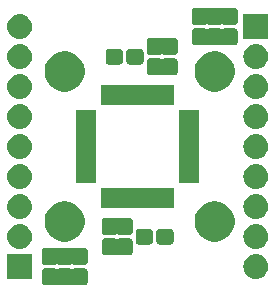
<source format=gbr>
G04 #@! TF.GenerationSoftware,KiCad,Pcbnew,(5.0.1)-3*
G04 #@! TF.CreationDate,2019-01-28T22:50:12+00:00*
G04 #@! TF.ProjectId,Encoder,456E636F6465722E6B696361645F7063,rev?*
G04 #@! TF.SameCoordinates,Original*
G04 #@! TF.FileFunction,Soldermask,Top*
G04 #@! TF.FilePolarity,Negative*
%FSLAX46Y46*%
G04 Gerber Fmt 4.6, Leading zero omitted, Abs format (unit mm)*
G04 Created by KiCad (PCBNEW (5.0.1)-3) date 28/01/2019 22:50:12*
%MOMM*%
%LPD*%
G01*
G04 APERTURE LIST*
%ADD10C,0.100000*%
G04 APERTURE END LIST*
D10*
G36*
X94433530Y-76355877D02*
X94485010Y-76371493D01*
X94532446Y-76396848D01*
X94535700Y-76399519D01*
X94556074Y-76413133D01*
X94578713Y-76422511D01*
X94602746Y-76427292D01*
X94627250Y-76427292D01*
X94651284Y-76422512D01*
X94673923Y-76413135D01*
X94694300Y-76399519D01*
X94697554Y-76396848D01*
X94744990Y-76371493D01*
X94796470Y-76355877D01*
X94856140Y-76350000D01*
X95643860Y-76350000D01*
X95703530Y-76355877D01*
X95755010Y-76371493D01*
X95802446Y-76396848D01*
X95805700Y-76399519D01*
X95826074Y-76413133D01*
X95848713Y-76422511D01*
X95872746Y-76427292D01*
X95897250Y-76427292D01*
X95921284Y-76422512D01*
X95943923Y-76413135D01*
X95964300Y-76399519D01*
X95967554Y-76396848D01*
X96014990Y-76371493D01*
X96066470Y-76355877D01*
X96126140Y-76350000D01*
X96913860Y-76350000D01*
X96973530Y-76355877D01*
X97025010Y-76371493D01*
X97072442Y-76396846D01*
X97114027Y-76430973D01*
X97148154Y-76472558D01*
X97173507Y-76519990D01*
X97189123Y-76571470D01*
X97195000Y-76631140D01*
X97195000Y-77518860D01*
X97189123Y-77578530D01*
X97173507Y-77630010D01*
X97148154Y-77677442D01*
X97114027Y-77719027D01*
X97072442Y-77753154D01*
X97025010Y-77778507D01*
X96973530Y-77794123D01*
X96913860Y-77800000D01*
X96126140Y-77800000D01*
X96066470Y-77794123D01*
X96014990Y-77778507D01*
X95967554Y-77753152D01*
X95964300Y-77750481D01*
X95943926Y-77736867D01*
X95921287Y-77727489D01*
X95897254Y-77722708D01*
X95872750Y-77722708D01*
X95848716Y-77727488D01*
X95826077Y-77736865D01*
X95805700Y-77750481D01*
X95802446Y-77753152D01*
X95755010Y-77778507D01*
X95703530Y-77794123D01*
X95643860Y-77800000D01*
X94856140Y-77800000D01*
X94796470Y-77794123D01*
X94744990Y-77778507D01*
X94697554Y-77753152D01*
X94694300Y-77750481D01*
X94673926Y-77736867D01*
X94651287Y-77727489D01*
X94627254Y-77722708D01*
X94602750Y-77722708D01*
X94578716Y-77727488D01*
X94556077Y-77736865D01*
X94535700Y-77750481D01*
X94532446Y-77753152D01*
X94485010Y-77778507D01*
X94433530Y-77794123D01*
X94373860Y-77800000D01*
X93586140Y-77800000D01*
X93526470Y-77794123D01*
X93474990Y-77778507D01*
X93427558Y-77753154D01*
X93385973Y-77719027D01*
X93351846Y-77677442D01*
X93326493Y-77630010D01*
X93310877Y-77578530D01*
X93305000Y-77518860D01*
X93305000Y-76631140D01*
X93310877Y-76571470D01*
X93326493Y-76519990D01*
X93351846Y-76472558D01*
X93385973Y-76430973D01*
X93427558Y-76396846D01*
X93474990Y-76371493D01*
X93526470Y-76355877D01*
X93586140Y-76350000D01*
X94373860Y-76350000D01*
X94433530Y-76355877D01*
X94433530Y-76355877D01*
G37*
G36*
X111568707Y-75157597D02*
X111645836Y-75165193D01*
X111770868Y-75203121D01*
X111843763Y-75225233D01*
X112026172Y-75322733D01*
X112186054Y-75453946D01*
X112317267Y-75613828D01*
X112414767Y-75796237D01*
X112414767Y-75796238D01*
X112474807Y-75994164D01*
X112495080Y-76200000D01*
X112474807Y-76405836D01*
X112454567Y-76472558D01*
X112414767Y-76603763D01*
X112317267Y-76786172D01*
X112186054Y-76946054D01*
X112026172Y-77077267D01*
X111843763Y-77174767D01*
X111777787Y-77194780D01*
X111645836Y-77234807D01*
X111568707Y-77242404D01*
X111491580Y-77250000D01*
X111388420Y-77250000D01*
X111311293Y-77242404D01*
X111234164Y-77234807D01*
X111102213Y-77194780D01*
X111036237Y-77174767D01*
X110853828Y-77077267D01*
X110693946Y-76946054D01*
X110562733Y-76786172D01*
X110465233Y-76603763D01*
X110425433Y-76472558D01*
X110405193Y-76405836D01*
X110384920Y-76200000D01*
X110405193Y-75994164D01*
X110465233Y-75796238D01*
X110465233Y-75796237D01*
X110562733Y-75613828D01*
X110693946Y-75453946D01*
X110853828Y-75322733D01*
X111036237Y-75225233D01*
X111109132Y-75203121D01*
X111234164Y-75165193D01*
X111311293Y-75157597D01*
X111388420Y-75150000D01*
X111491580Y-75150000D01*
X111568707Y-75157597D01*
X111568707Y-75157597D01*
G37*
G36*
X92490000Y-77250000D02*
X90390000Y-77250000D01*
X90390000Y-75150000D01*
X92490000Y-75150000D01*
X92490000Y-77250000D01*
X92490000Y-77250000D01*
G37*
G36*
X94433530Y-74605877D02*
X94485010Y-74621493D01*
X94532446Y-74646848D01*
X94535700Y-74649519D01*
X94556074Y-74663133D01*
X94578713Y-74672511D01*
X94602746Y-74677292D01*
X94627250Y-74677292D01*
X94651284Y-74672512D01*
X94673923Y-74663135D01*
X94694300Y-74649519D01*
X94697554Y-74646848D01*
X94744990Y-74621493D01*
X94796470Y-74605877D01*
X94856140Y-74600000D01*
X95643860Y-74600000D01*
X95703530Y-74605877D01*
X95755010Y-74621493D01*
X95802446Y-74646848D01*
X95805700Y-74649519D01*
X95826074Y-74663133D01*
X95848713Y-74672511D01*
X95872746Y-74677292D01*
X95897250Y-74677292D01*
X95921284Y-74672512D01*
X95943923Y-74663135D01*
X95964300Y-74649519D01*
X95967554Y-74646848D01*
X96014990Y-74621493D01*
X96066470Y-74605877D01*
X96126140Y-74600000D01*
X96913860Y-74600000D01*
X96973530Y-74605877D01*
X97025010Y-74621493D01*
X97072442Y-74646846D01*
X97114027Y-74680973D01*
X97148154Y-74722558D01*
X97173507Y-74769990D01*
X97189123Y-74821470D01*
X97195000Y-74881140D01*
X97195000Y-75768860D01*
X97189123Y-75828530D01*
X97173507Y-75880010D01*
X97148154Y-75927442D01*
X97114027Y-75969027D01*
X97072442Y-76003154D01*
X97025010Y-76028507D01*
X96973530Y-76044123D01*
X96913860Y-76050000D01*
X96126140Y-76050000D01*
X96066470Y-76044123D01*
X96014990Y-76028507D01*
X95967554Y-76003152D01*
X95964300Y-76000481D01*
X95943926Y-75986867D01*
X95921287Y-75977489D01*
X95897254Y-75972708D01*
X95872750Y-75972708D01*
X95848716Y-75977488D01*
X95826077Y-75986865D01*
X95805700Y-76000481D01*
X95802446Y-76003152D01*
X95755010Y-76028507D01*
X95703530Y-76044123D01*
X95643860Y-76050000D01*
X94856140Y-76050000D01*
X94796470Y-76044123D01*
X94744990Y-76028507D01*
X94697554Y-76003152D01*
X94694300Y-76000481D01*
X94673926Y-75986867D01*
X94651287Y-75977489D01*
X94627254Y-75972708D01*
X94602750Y-75972708D01*
X94578716Y-75977488D01*
X94556077Y-75986865D01*
X94535700Y-76000481D01*
X94532446Y-76003152D01*
X94485010Y-76028507D01*
X94433530Y-76044123D01*
X94373860Y-76050000D01*
X93586140Y-76050000D01*
X93526470Y-76044123D01*
X93474990Y-76028507D01*
X93427558Y-76003154D01*
X93385973Y-75969027D01*
X93351846Y-75927442D01*
X93326493Y-75880010D01*
X93310877Y-75828530D01*
X93305000Y-75768860D01*
X93305000Y-74881140D01*
X93310877Y-74821470D01*
X93326493Y-74769990D01*
X93351846Y-74722558D01*
X93385973Y-74680973D01*
X93427558Y-74646846D01*
X93474990Y-74621493D01*
X93526470Y-74605877D01*
X93586140Y-74600000D01*
X94373860Y-74600000D01*
X94433530Y-74605877D01*
X94433530Y-74605877D01*
G37*
G36*
X99513530Y-73815877D02*
X99565010Y-73831493D01*
X99612446Y-73856848D01*
X99615700Y-73859519D01*
X99636074Y-73873133D01*
X99658713Y-73882511D01*
X99682746Y-73887292D01*
X99707250Y-73887292D01*
X99731284Y-73882512D01*
X99753923Y-73873135D01*
X99774300Y-73859519D01*
X99777554Y-73856848D01*
X99824990Y-73831493D01*
X99876470Y-73815877D01*
X99936140Y-73810000D01*
X100723860Y-73810000D01*
X100783530Y-73815877D01*
X100835010Y-73831493D01*
X100882442Y-73856846D01*
X100924027Y-73890973D01*
X100958154Y-73932558D01*
X100983507Y-73979990D01*
X100999123Y-74031470D01*
X101005000Y-74091140D01*
X101005000Y-74978860D01*
X100999123Y-75038530D01*
X100983507Y-75090010D01*
X100958154Y-75137442D01*
X100924027Y-75179027D01*
X100882442Y-75213154D01*
X100835010Y-75238507D01*
X100783530Y-75254123D01*
X100723860Y-75260000D01*
X99936140Y-75260000D01*
X99876470Y-75254123D01*
X99824990Y-75238507D01*
X99777554Y-75213152D01*
X99774300Y-75210481D01*
X99753926Y-75196867D01*
X99731287Y-75187489D01*
X99707254Y-75182708D01*
X99682750Y-75182708D01*
X99658716Y-75187488D01*
X99636077Y-75196865D01*
X99615700Y-75210481D01*
X99612446Y-75213152D01*
X99565010Y-75238507D01*
X99513530Y-75254123D01*
X99453860Y-75260000D01*
X98666140Y-75260000D01*
X98606470Y-75254123D01*
X98554990Y-75238507D01*
X98507558Y-75213154D01*
X98465973Y-75179027D01*
X98431846Y-75137442D01*
X98406493Y-75090010D01*
X98390877Y-75038530D01*
X98385000Y-74978860D01*
X98385000Y-74091140D01*
X98390877Y-74031470D01*
X98406493Y-73979990D01*
X98431846Y-73932558D01*
X98465973Y-73890973D01*
X98507558Y-73856846D01*
X98554990Y-73831493D01*
X98606470Y-73815877D01*
X98666140Y-73810000D01*
X99453860Y-73810000D01*
X99513530Y-73815877D01*
X99513530Y-73815877D01*
G37*
G36*
X111568707Y-72617597D02*
X111645836Y-72625193D01*
X111777787Y-72665220D01*
X111843763Y-72685233D01*
X112026172Y-72782733D01*
X112186054Y-72913946D01*
X112317267Y-73073828D01*
X112414767Y-73256237D01*
X112414767Y-73256238D01*
X112474807Y-73454164D01*
X112495080Y-73660000D01*
X112474807Y-73865836D01*
X112454567Y-73932558D01*
X112414767Y-74063763D01*
X112317267Y-74246172D01*
X112186054Y-74406054D01*
X112026172Y-74537267D01*
X111843763Y-74634767D01*
X111795131Y-74649519D01*
X111645836Y-74694807D01*
X111568707Y-74702403D01*
X111491580Y-74710000D01*
X111388420Y-74710000D01*
X111311293Y-74702403D01*
X111234164Y-74694807D01*
X111084869Y-74649519D01*
X111036237Y-74634767D01*
X110853828Y-74537267D01*
X110693946Y-74406054D01*
X110562733Y-74246172D01*
X110465233Y-74063763D01*
X110425433Y-73932558D01*
X110405193Y-73865836D01*
X110384920Y-73660000D01*
X110405193Y-73454164D01*
X110465233Y-73256238D01*
X110465233Y-73256237D01*
X110562733Y-73073828D01*
X110693946Y-72913946D01*
X110853828Y-72782733D01*
X111036237Y-72685233D01*
X111102213Y-72665220D01*
X111234164Y-72625193D01*
X111311293Y-72617597D01*
X111388420Y-72610000D01*
X111491580Y-72610000D01*
X111568707Y-72617597D01*
X111568707Y-72617597D01*
G37*
G36*
X91568707Y-72617597D02*
X91645836Y-72625193D01*
X91777787Y-72665220D01*
X91843763Y-72685233D01*
X92026172Y-72782733D01*
X92186054Y-72913946D01*
X92317267Y-73073828D01*
X92414767Y-73256237D01*
X92414767Y-73256238D01*
X92474807Y-73454164D01*
X92495080Y-73660000D01*
X92474807Y-73865836D01*
X92454567Y-73932558D01*
X92414767Y-74063763D01*
X92317267Y-74246172D01*
X92186054Y-74406054D01*
X92026172Y-74537267D01*
X91843763Y-74634767D01*
X91795131Y-74649519D01*
X91645836Y-74694807D01*
X91568707Y-74702403D01*
X91491580Y-74710000D01*
X91388420Y-74710000D01*
X91311293Y-74702403D01*
X91234164Y-74694807D01*
X91084869Y-74649519D01*
X91036237Y-74634767D01*
X90853828Y-74537267D01*
X90693946Y-74406054D01*
X90562733Y-74246172D01*
X90465233Y-74063763D01*
X90425433Y-73932558D01*
X90405193Y-73865836D01*
X90384920Y-73660000D01*
X90405193Y-73454164D01*
X90465233Y-73256238D01*
X90465233Y-73256237D01*
X90562733Y-73073828D01*
X90693946Y-72913946D01*
X90853828Y-72782733D01*
X91036237Y-72685233D01*
X91102213Y-72665220D01*
X91234164Y-72625193D01*
X91311293Y-72617597D01*
X91388420Y-72610000D01*
X91491580Y-72610000D01*
X91568707Y-72617597D01*
X91568707Y-72617597D01*
G37*
G36*
X102498530Y-72990877D02*
X102550010Y-73006493D01*
X102597442Y-73031846D01*
X102639027Y-73065973D01*
X102673154Y-73107558D01*
X102698507Y-73154990D01*
X102714123Y-73206470D01*
X102720000Y-73266140D01*
X102720000Y-74053860D01*
X102714123Y-74113530D01*
X102698507Y-74165010D01*
X102673154Y-74212442D01*
X102639027Y-74254027D01*
X102597442Y-74288154D01*
X102550010Y-74313507D01*
X102498530Y-74329123D01*
X102438860Y-74335000D01*
X101551140Y-74335000D01*
X101491470Y-74329123D01*
X101439990Y-74313507D01*
X101392558Y-74288154D01*
X101350973Y-74254027D01*
X101316846Y-74212442D01*
X101291493Y-74165010D01*
X101275877Y-74113530D01*
X101270000Y-74053860D01*
X101270000Y-73266140D01*
X101275877Y-73206470D01*
X101291493Y-73154990D01*
X101316846Y-73107558D01*
X101350973Y-73065973D01*
X101392558Y-73031846D01*
X101439990Y-73006493D01*
X101491470Y-72990877D01*
X101551140Y-72985000D01*
X102438860Y-72985000D01*
X102498530Y-72990877D01*
X102498530Y-72990877D01*
G37*
G36*
X104248530Y-72990877D02*
X104300010Y-73006493D01*
X104347442Y-73031846D01*
X104389027Y-73065973D01*
X104423154Y-73107558D01*
X104448507Y-73154990D01*
X104464123Y-73206470D01*
X104470000Y-73266140D01*
X104470000Y-74053860D01*
X104464123Y-74113530D01*
X104448507Y-74165010D01*
X104423154Y-74212442D01*
X104389027Y-74254027D01*
X104347442Y-74288154D01*
X104300010Y-74313507D01*
X104248530Y-74329123D01*
X104188860Y-74335000D01*
X103301140Y-74335000D01*
X103241470Y-74329123D01*
X103189990Y-74313507D01*
X103142558Y-74288154D01*
X103100973Y-74254027D01*
X103066846Y-74212442D01*
X103041493Y-74165010D01*
X103025877Y-74113530D01*
X103020000Y-74053860D01*
X103020000Y-73266140D01*
X103025877Y-73206470D01*
X103041493Y-73154990D01*
X103066846Y-73107558D01*
X103100973Y-73065973D01*
X103142558Y-73031846D01*
X103189990Y-73006493D01*
X103241470Y-72990877D01*
X103301140Y-72985000D01*
X104188860Y-72985000D01*
X104248530Y-72990877D01*
X104248530Y-72990877D01*
G37*
G36*
X108249338Y-70716237D02*
X108445872Y-70755330D01*
X108755252Y-70883479D01*
X109033687Y-71069523D01*
X109270477Y-71306313D01*
X109456521Y-71584748D01*
X109506816Y-71706172D01*
X109584670Y-71894129D01*
X109650000Y-72222563D01*
X109650000Y-72557437D01*
X109606447Y-72776393D01*
X109584670Y-72885872D01*
X109456521Y-73195252D01*
X109270477Y-73473687D01*
X109033687Y-73710477D01*
X108755252Y-73896521D01*
X108445872Y-74024670D01*
X108336393Y-74046447D01*
X108117437Y-74090000D01*
X107782563Y-74090000D01*
X107563607Y-74046447D01*
X107454128Y-74024670D01*
X107144748Y-73896521D01*
X106866313Y-73710477D01*
X106629523Y-73473687D01*
X106443479Y-73195252D01*
X106315330Y-72885872D01*
X106293553Y-72776393D01*
X106250000Y-72557437D01*
X106250000Y-72222563D01*
X106315330Y-71894129D01*
X106393184Y-71706172D01*
X106443479Y-71584748D01*
X106629523Y-71306313D01*
X106866313Y-71069523D01*
X107144748Y-70883479D01*
X107454128Y-70755330D01*
X107650662Y-70716237D01*
X107782563Y-70690000D01*
X108117437Y-70690000D01*
X108249338Y-70716237D01*
X108249338Y-70716237D01*
G37*
G36*
X95549338Y-70716237D02*
X95745872Y-70755330D01*
X96055252Y-70883479D01*
X96333687Y-71069523D01*
X96570477Y-71306313D01*
X96756521Y-71584748D01*
X96806816Y-71706172D01*
X96884670Y-71894129D01*
X96950000Y-72222563D01*
X96950000Y-72557437D01*
X96906447Y-72776393D01*
X96884670Y-72885872D01*
X96756521Y-73195252D01*
X96570477Y-73473687D01*
X96333687Y-73710477D01*
X96055252Y-73896521D01*
X95745872Y-74024670D01*
X95636393Y-74046447D01*
X95417437Y-74090000D01*
X95082563Y-74090000D01*
X94863607Y-74046447D01*
X94754128Y-74024670D01*
X94444748Y-73896521D01*
X94166313Y-73710477D01*
X93929523Y-73473687D01*
X93743479Y-73195252D01*
X93615330Y-72885872D01*
X93593553Y-72776393D01*
X93550000Y-72557437D01*
X93550000Y-72222563D01*
X93615330Y-71894129D01*
X93693184Y-71706172D01*
X93743479Y-71584748D01*
X93929523Y-71306313D01*
X94166313Y-71069523D01*
X94444748Y-70883479D01*
X94754128Y-70755330D01*
X94950662Y-70716237D01*
X95082563Y-70690000D01*
X95417437Y-70690000D01*
X95549338Y-70716237D01*
X95549338Y-70716237D01*
G37*
G36*
X99513530Y-72065877D02*
X99565010Y-72081493D01*
X99612446Y-72106848D01*
X99615700Y-72109519D01*
X99636074Y-72123133D01*
X99658713Y-72132511D01*
X99682746Y-72137292D01*
X99707250Y-72137292D01*
X99731284Y-72132512D01*
X99753923Y-72123135D01*
X99774300Y-72109519D01*
X99777554Y-72106848D01*
X99824990Y-72081493D01*
X99876470Y-72065877D01*
X99936140Y-72060000D01*
X100723860Y-72060000D01*
X100783530Y-72065877D01*
X100835010Y-72081493D01*
X100882442Y-72106846D01*
X100924027Y-72140973D01*
X100958154Y-72182558D01*
X100983507Y-72229990D01*
X100999123Y-72281470D01*
X101005000Y-72341140D01*
X101005000Y-73228860D01*
X100999123Y-73288530D01*
X100983507Y-73340010D01*
X100958154Y-73387442D01*
X100924027Y-73429027D01*
X100882442Y-73463154D01*
X100835010Y-73488507D01*
X100783530Y-73504123D01*
X100723860Y-73510000D01*
X99936140Y-73510000D01*
X99876470Y-73504123D01*
X99824990Y-73488507D01*
X99777554Y-73463152D01*
X99774300Y-73460481D01*
X99753926Y-73446867D01*
X99731287Y-73437489D01*
X99707254Y-73432708D01*
X99682750Y-73432708D01*
X99658716Y-73437488D01*
X99636077Y-73446865D01*
X99615700Y-73460481D01*
X99612446Y-73463152D01*
X99565010Y-73488507D01*
X99513530Y-73504123D01*
X99453860Y-73510000D01*
X98666140Y-73510000D01*
X98606470Y-73504123D01*
X98554990Y-73488507D01*
X98507558Y-73463154D01*
X98465973Y-73429027D01*
X98431846Y-73387442D01*
X98406493Y-73340010D01*
X98390877Y-73288530D01*
X98385000Y-73228860D01*
X98385000Y-72341140D01*
X98390877Y-72281470D01*
X98406493Y-72229990D01*
X98431846Y-72182558D01*
X98465973Y-72140973D01*
X98507558Y-72106846D01*
X98554990Y-72081493D01*
X98606470Y-72065877D01*
X98666140Y-72060000D01*
X99453860Y-72060000D01*
X99513530Y-72065877D01*
X99513530Y-72065877D01*
G37*
G36*
X111568707Y-70077596D02*
X111645836Y-70085193D01*
X111777787Y-70125220D01*
X111843763Y-70145233D01*
X112026172Y-70242733D01*
X112186054Y-70373946D01*
X112317267Y-70533828D01*
X112414767Y-70716237D01*
X112434780Y-70782213D01*
X112474807Y-70914164D01*
X112495080Y-71120000D01*
X112474807Y-71325836D01*
X112434780Y-71457787D01*
X112414767Y-71523763D01*
X112317267Y-71706172D01*
X112186054Y-71866054D01*
X112026172Y-71997267D01*
X111843763Y-72094767D01*
X111795131Y-72109519D01*
X111645836Y-72154807D01*
X111568707Y-72162404D01*
X111491580Y-72170000D01*
X111388420Y-72170000D01*
X111311293Y-72162404D01*
X111234164Y-72154807D01*
X111084869Y-72109519D01*
X111036237Y-72094767D01*
X110853828Y-71997267D01*
X110693946Y-71866054D01*
X110562733Y-71706172D01*
X110465233Y-71523763D01*
X110445220Y-71457787D01*
X110405193Y-71325836D01*
X110384920Y-71120000D01*
X110405193Y-70914164D01*
X110445220Y-70782213D01*
X110465233Y-70716237D01*
X110562733Y-70533828D01*
X110693946Y-70373946D01*
X110853828Y-70242733D01*
X111036237Y-70145233D01*
X111102213Y-70125220D01*
X111234164Y-70085193D01*
X111311293Y-70077596D01*
X111388420Y-70070000D01*
X111491580Y-70070000D01*
X111568707Y-70077596D01*
X111568707Y-70077596D01*
G37*
G36*
X91568707Y-70077596D02*
X91645836Y-70085193D01*
X91777787Y-70125220D01*
X91843763Y-70145233D01*
X92026172Y-70242733D01*
X92186054Y-70373946D01*
X92317267Y-70533828D01*
X92414767Y-70716237D01*
X92434780Y-70782213D01*
X92474807Y-70914164D01*
X92495080Y-71120000D01*
X92474807Y-71325836D01*
X92434780Y-71457787D01*
X92414767Y-71523763D01*
X92317267Y-71706172D01*
X92186054Y-71866054D01*
X92026172Y-71997267D01*
X91843763Y-72094767D01*
X91795131Y-72109519D01*
X91645836Y-72154807D01*
X91568707Y-72162404D01*
X91491580Y-72170000D01*
X91388420Y-72170000D01*
X91311293Y-72162404D01*
X91234164Y-72154807D01*
X91084869Y-72109519D01*
X91036237Y-72094767D01*
X90853828Y-71997267D01*
X90693946Y-71866054D01*
X90562733Y-71706172D01*
X90465233Y-71523763D01*
X90445220Y-71457787D01*
X90405193Y-71325836D01*
X90384920Y-71120000D01*
X90405193Y-70914164D01*
X90445220Y-70782213D01*
X90465233Y-70716237D01*
X90562733Y-70533828D01*
X90693946Y-70373946D01*
X90853828Y-70242733D01*
X91036237Y-70145233D01*
X91102213Y-70125220D01*
X91234164Y-70085193D01*
X91311293Y-70077596D01*
X91388420Y-70070000D01*
X91491580Y-70070000D01*
X91568707Y-70077596D01*
X91568707Y-70077596D01*
G37*
G36*
X104515000Y-71240000D02*
X98365000Y-71240000D01*
X98365000Y-69540000D01*
X104515000Y-69540000D01*
X104515000Y-71240000D01*
X104515000Y-71240000D01*
G37*
G36*
X111568707Y-67537596D02*
X111645836Y-67545193D01*
X111777787Y-67585220D01*
X111843763Y-67605233D01*
X112026172Y-67702733D01*
X112186054Y-67833946D01*
X112317267Y-67993828D01*
X112414767Y-68176237D01*
X112414767Y-68176238D01*
X112474807Y-68374164D01*
X112495080Y-68580000D01*
X112474807Y-68785836D01*
X112434780Y-68917787D01*
X112414767Y-68983763D01*
X112317267Y-69166172D01*
X112186054Y-69326054D01*
X112026172Y-69457267D01*
X111843763Y-69554767D01*
X111777787Y-69574780D01*
X111645836Y-69614807D01*
X111568707Y-69622404D01*
X111491580Y-69630000D01*
X111388420Y-69630000D01*
X111311293Y-69622404D01*
X111234164Y-69614807D01*
X111102213Y-69574780D01*
X111036237Y-69554767D01*
X110853828Y-69457267D01*
X110693946Y-69326054D01*
X110562733Y-69166172D01*
X110465233Y-68983763D01*
X110445220Y-68917787D01*
X110405193Y-68785836D01*
X110384920Y-68580000D01*
X110405193Y-68374164D01*
X110465233Y-68176238D01*
X110465233Y-68176237D01*
X110562733Y-67993828D01*
X110693946Y-67833946D01*
X110853828Y-67702733D01*
X111036237Y-67605233D01*
X111102213Y-67585220D01*
X111234164Y-67545193D01*
X111311293Y-67537596D01*
X111388420Y-67530000D01*
X111491580Y-67530000D01*
X111568707Y-67537596D01*
X111568707Y-67537596D01*
G37*
G36*
X91568707Y-67537596D02*
X91645836Y-67545193D01*
X91777787Y-67585220D01*
X91843763Y-67605233D01*
X92026172Y-67702733D01*
X92186054Y-67833946D01*
X92317267Y-67993828D01*
X92414767Y-68176237D01*
X92414767Y-68176238D01*
X92474807Y-68374164D01*
X92495080Y-68580000D01*
X92474807Y-68785836D01*
X92434780Y-68917787D01*
X92414767Y-68983763D01*
X92317267Y-69166172D01*
X92186054Y-69326054D01*
X92026172Y-69457267D01*
X91843763Y-69554767D01*
X91777787Y-69574780D01*
X91645836Y-69614807D01*
X91568707Y-69622404D01*
X91491580Y-69630000D01*
X91388420Y-69630000D01*
X91311293Y-69622404D01*
X91234164Y-69614807D01*
X91102213Y-69574780D01*
X91036237Y-69554767D01*
X90853828Y-69457267D01*
X90693946Y-69326054D01*
X90562733Y-69166172D01*
X90465233Y-68983763D01*
X90445220Y-68917787D01*
X90405193Y-68785836D01*
X90384920Y-68580000D01*
X90405193Y-68374164D01*
X90465233Y-68176238D01*
X90465233Y-68176237D01*
X90562733Y-67993828D01*
X90693946Y-67833946D01*
X90853828Y-67702733D01*
X91036237Y-67605233D01*
X91102213Y-67585220D01*
X91234164Y-67545193D01*
X91311293Y-67537596D01*
X91388420Y-67530000D01*
X91491580Y-67530000D01*
X91568707Y-67537596D01*
X91568707Y-67537596D01*
G37*
G36*
X97940000Y-69115000D02*
X96240000Y-69115000D01*
X96240000Y-62965000D01*
X97940000Y-62965000D01*
X97940000Y-69115000D01*
X97940000Y-69115000D01*
G37*
G36*
X106640000Y-69115000D02*
X104940000Y-69115000D01*
X104940000Y-62965000D01*
X106640000Y-62965000D01*
X106640000Y-69115000D01*
X106640000Y-69115000D01*
G37*
G36*
X91568707Y-64997596D02*
X91645836Y-65005193D01*
X91777787Y-65045220D01*
X91843763Y-65065233D01*
X92026172Y-65162733D01*
X92186054Y-65293946D01*
X92317267Y-65453828D01*
X92414767Y-65636237D01*
X92414767Y-65636238D01*
X92474807Y-65834164D01*
X92495080Y-66040000D01*
X92474807Y-66245836D01*
X92434780Y-66377787D01*
X92414767Y-66443763D01*
X92317267Y-66626172D01*
X92186054Y-66786054D01*
X92026172Y-66917267D01*
X91843763Y-67014767D01*
X91777787Y-67034780D01*
X91645836Y-67074807D01*
X91568707Y-67082404D01*
X91491580Y-67090000D01*
X91388420Y-67090000D01*
X91311293Y-67082404D01*
X91234164Y-67074807D01*
X91102213Y-67034780D01*
X91036237Y-67014767D01*
X90853828Y-66917267D01*
X90693946Y-66786054D01*
X90562733Y-66626172D01*
X90465233Y-66443763D01*
X90445220Y-66377787D01*
X90405193Y-66245836D01*
X90384920Y-66040000D01*
X90405193Y-65834164D01*
X90465233Y-65636238D01*
X90465233Y-65636237D01*
X90562733Y-65453828D01*
X90693946Y-65293946D01*
X90853828Y-65162733D01*
X91036237Y-65065233D01*
X91102213Y-65045220D01*
X91234164Y-65005193D01*
X91311293Y-64997596D01*
X91388420Y-64990000D01*
X91491580Y-64990000D01*
X91568707Y-64997596D01*
X91568707Y-64997596D01*
G37*
G36*
X111568707Y-64997596D02*
X111645836Y-65005193D01*
X111777787Y-65045220D01*
X111843763Y-65065233D01*
X112026172Y-65162733D01*
X112186054Y-65293946D01*
X112317267Y-65453828D01*
X112414767Y-65636237D01*
X112414767Y-65636238D01*
X112474807Y-65834164D01*
X112495080Y-66040000D01*
X112474807Y-66245836D01*
X112434780Y-66377787D01*
X112414767Y-66443763D01*
X112317267Y-66626172D01*
X112186054Y-66786054D01*
X112026172Y-66917267D01*
X111843763Y-67014767D01*
X111777787Y-67034780D01*
X111645836Y-67074807D01*
X111568707Y-67082404D01*
X111491580Y-67090000D01*
X111388420Y-67090000D01*
X111311293Y-67082404D01*
X111234164Y-67074807D01*
X111102213Y-67034780D01*
X111036237Y-67014767D01*
X110853828Y-66917267D01*
X110693946Y-66786054D01*
X110562733Y-66626172D01*
X110465233Y-66443763D01*
X110445220Y-66377787D01*
X110405193Y-66245836D01*
X110384920Y-66040000D01*
X110405193Y-65834164D01*
X110465233Y-65636238D01*
X110465233Y-65636237D01*
X110562733Y-65453828D01*
X110693946Y-65293946D01*
X110853828Y-65162733D01*
X111036237Y-65065233D01*
X111102213Y-65045220D01*
X111234164Y-65005193D01*
X111311293Y-64997596D01*
X111388420Y-64990000D01*
X111491580Y-64990000D01*
X111568707Y-64997596D01*
X111568707Y-64997596D01*
G37*
G36*
X111568707Y-62457596D02*
X111645836Y-62465193D01*
X111777787Y-62505220D01*
X111843763Y-62525233D01*
X112026172Y-62622733D01*
X112186054Y-62753946D01*
X112317267Y-62913828D01*
X112414767Y-63096237D01*
X112414767Y-63096238D01*
X112474807Y-63294164D01*
X112495080Y-63500000D01*
X112474807Y-63705836D01*
X112434780Y-63837787D01*
X112414767Y-63903763D01*
X112317267Y-64086172D01*
X112186054Y-64246054D01*
X112026172Y-64377267D01*
X111843763Y-64474767D01*
X111777787Y-64494780D01*
X111645836Y-64534807D01*
X111568707Y-64542403D01*
X111491580Y-64550000D01*
X111388420Y-64550000D01*
X111311293Y-64542403D01*
X111234164Y-64534807D01*
X111102213Y-64494780D01*
X111036237Y-64474767D01*
X110853828Y-64377267D01*
X110693946Y-64246054D01*
X110562733Y-64086172D01*
X110465233Y-63903763D01*
X110445220Y-63837787D01*
X110405193Y-63705836D01*
X110384920Y-63500000D01*
X110405193Y-63294164D01*
X110465233Y-63096238D01*
X110465233Y-63096237D01*
X110562733Y-62913828D01*
X110693946Y-62753946D01*
X110853828Y-62622733D01*
X111036237Y-62525233D01*
X111102213Y-62505220D01*
X111234164Y-62465193D01*
X111311293Y-62457596D01*
X111388420Y-62450000D01*
X111491580Y-62450000D01*
X111568707Y-62457596D01*
X111568707Y-62457596D01*
G37*
G36*
X91568707Y-62457596D02*
X91645836Y-62465193D01*
X91777787Y-62505220D01*
X91843763Y-62525233D01*
X92026172Y-62622733D01*
X92186054Y-62753946D01*
X92317267Y-62913828D01*
X92414767Y-63096237D01*
X92414767Y-63096238D01*
X92474807Y-63294164D01*
X92495080Y-63500000D01*
X92474807Y-63705836D01*
X92434780Y-63837787D01*
X92414767Y-63903763D01*
X92317267Y-64086172D01*
X92186054Y-64246054D01*
X92026172Y-64377267D01*
X91843763Y-64474767D01*
X91777787Y-64494780D01*
X91645836Y-64534807D01*
X91568707Y-64542403D01*
X91491580Y-64550000D01*
X91388420Y-64550000D01*
X91311293Y-64542403D01*
X91234164Y-64534807D01*
X91102213Y-64494780D01*
X91036237Y-64474767D01*
X90853828Y-64377267D01*
X90693946Y-64246054D01*
X90562733Y-64086172D01*
X90465233Y-63903763D01*
X90445220Y-63837787D01*
X90405193Y-63705836D01*
X90384920Y-63500000D01*
X90405193Y-63294164D01*
X90465233Y-63096238D01*
X90465233Y-63096237D01*
X90562733Y-62913828D01*
X90693946Y-62753946D01*
X90853828Y-62622733D01*
X91036237Y-62525233D01*
X91102213Y-62505220D01*
X91234164Y-62465193D01*
X91311293Y-62457596D01*
X91388420Y-62450000D01*
X91491580Y-62450000D01*
X91568707Y-62457596D01*
X91568707Y-62457596D01*
G37*
G36*
X104515000Y-62540000D02*
X98365000Y-62540000D01*
X98365000Y-60840000D01*
X104515000Y-60840000D01*
X104515000Y-62540000D01*
X104515000Y-62540000D01*
G37*
G36*
X111568707Y-59917596D02*
X111645836Y-59925193D01*
X111770868Y-59963121D01*
X111843763Y-59985233D01*
X112026172Y-60082733D01*
X112186054Y-60213946D01*
X112317267Y-60373828D01*
X112414767Y-60556237D01*
X112414767Y-60556238D01*
X112474807Y-60754164D01*
X112495080Y-60960000D01*
X112474807Y-61165836D01*
X112434780Y-61297787D01*
X112414767Y-61363763D01*
X112317267Y-61546172D01*
X112186054Y-61706054D01*
X112026172Y-61837267D01*
X111843763Y-61934767D01*
X111777787Y-61954780D01*
X111645836Y-61994807D01*
X111568707Y-62002403D01*
X111491580Y-62010000D01*
X111388420Y-62010000D01*
X111311293Y-62002403D01*
X111234164Y-61994807D01*
X111102213Y-61954780D01*
X111036237Y-61934767D01*
X110853828Y-61837267D01*
X110693946Y-61706054D01*
X110562733Y-61546172D01*
X110465233Y-61363763D01*
X110445220Y-61297787D01*
X110405193Y-61165836D01*
X110384920Y-60960000D01*
X110405193Y-60754164D01*
X110465233Y-60556238D01*
X110465233Y-60556237D01*
X110562733Y-60373828D01*
X110693946Y-60213946D01*
X110853828Y-60082733D01*
X111036237Y-59985233D01*
X111109132Y-59963121D01*
X111234164Y-59925193D01*
X111311293Y-59917596D01*
X111388420Y-59910000D01*
X111491580Y-59910000D01*
X111568707Y-59917596D01*
X111568707Y-59917596D01*
G37*
G36*
X91568707Y-59917596D02*
X91645836Y-59925193D01*
X91770868Y-59963121D01*
X91843763Y-59985233D01*
X92026172Y-60082733D01*
X92186054Y-60213946D01*
X92317267Y-60373828D01*
X92414767Y-60556237D01*
X92414767Y-60556238D01*
X92474807Y-60754164D01*
X92495080Y-60960000D01*
X92474807Y-61165836D01*
X92434780Y-61297787D01*
X92414767Y-61363763D01*
X92317267Y-61546172D01*
X92186054Y-61706054D01*
X92026172Y-61837267D01*
X91843763Y-61934767D01*
X91777787Y-61954780D01*
X91645836Y-61994807D01*
X91568707Y-62002403D01*
X91491580Y-62010000D01*
X91388420Y-62010000D01*
X91311293Y-62002403D01*
X91234164Y-61994807D01*
X91102213Y-61954780D01*
X91036237Y-61934767D01*
X90853828Y-61837267D01*
X90693946Y-61706054D01*
X90562733Y-61546172D01*
X90465233Y-61363763D01*
X90445220Y-61297787D01*
X90405193Y-61165836D01*
X90384920Y-60960000D01*
X90405193Y-60754164D01*
X90465233Y-60556238D01*
X90465233Y-60556237D01*
X90562733Y-60373828D01*
X90693946Y-60213946D01*
X90853828Y-60082733D01*
X91036237Y-59985233D01*
X91109132Y-59963121D01*
X91234164Y-59925193D01*
X91311293Y-59917596D01*
X91388420Y-59910000D01*
X91491580Y-59910000D01*
X91568707Y-59917596D01*
X91568707Y-59917596D01*
G37*
G36*
X95599124Y-58026140D02*
X95745872Y-58055330D01*
X96055252Y-58183479D01*
X96333687Y-58369523D01*
X96570477Y-58606313D01*
X96756521Y-58884748D01*
X96873041Y-59166054D01*
X96884670Y-59194129D01*
X96950000Y-59522563D01*
X96950000Y-59857437D01*
X96922774Y-59994309D01*
X96884670Y-60185872D01*
X96756521Y-60495252D01*
X96570477Y-60773687D01*
X96333687Y-61010477D01*
X96055252Y-61196521D01*
X95745872Y-61324670D01*
X95636393Y-61346447D01*
X95417437Y-61390000D01*
X95082563Y-61390000D01*
X94863607Y-61346447D01*
X94754128Y-61324670D01*
X94444748Y-61196521D01*
X94166313Y-61010477D01*
X93929523Y-60773687D01*
X93743479Y-60495252D01*
X93615330Y-60185872D01*
X93577226Y-59994309D01*
X93550000Y-59857437D01*
X93550000Y-59522563D01*
X93615330Y-59194129D01*
X93626959Y-59166054D01*
X93743479Y-58884748D01*
X93929523Y-58606313D01*
X94166313Y-58369523D01*
X94444748Y-58183479D01*
X94754128Y-58055330D01*
X94900876Y-58026140D01*
X95082563Y-57990000D01*
X95417437Y-57990000D01*
X95599124Y-58026140D01*
X95599124Y-58026140D01*
G37*
G36*
X108299124Y-58026140D02*
X108445872Y-58055330D01*
X108755252Y-58183479D01*
X109033687Y-58369523D01*
X109270477Y-58606313D01*
X109456521Y-58884748D01*
X109573041Y-59166054D01*
X109584670Y-59194129D01*
X109650000Y-59522563D01*
X109650000Y-59857437D01*
X109622774Y-59994309D01*
X109584670Y-60185872D01*
X109456521Y-60495252D01*
X109270477Y-60773687D01*
X109033687Y-61010477D01*
X108755252Y-61196521D01*
X108445872Y-61324670D01*
X108336393Y-61346447D01*
X108117437Y-61390000D01*
X107782563Y-61390000D01*
X107563607Y-61346447D01*
X107454128Y-61324670D01*
X107144748Y-61196521D01*
X106866313Y-61010477D01*
X106629523Y-60773687D01*
X106443479Y-60495252D01*
X106315330Y-60185872D01*
X106277226Y-59994309D01*
X106250000Y-59857437D01*
X106250000Y-59522563D01*
X106315330Y-59194129D01*
X106326959Y-59166054D01*
X106443479Y-58884748D01*
X106629523Y-58606313D01*
X106866313Y-58369523D01*
X107144748Y-58183479D01*
X107454128Y-58055330D01*
X107600876Y-58026140D01*
X107782563Y-57990000D01*
X108117437Y-57990000D01*
X108299124Y-58026140D01*
X108299124Y-58026140D01*
G37*
G36*
X103323530Y-58575877D02*
X103375010Y-58591493D01*
X103422446Y-58616848D01*
X103425700Y-58619519D01*
X103446074Y-58633133D01*
X103468713Y-58642511D01*
X103492746Y-58647292D01*
X103517250Y-58647292D01*
X103541284Y-58642512D01*
X103563923Y-58633135D01*
X103584300Y-58619519D01*
X103587554Y-58616848D01*
X103634990Y-58591493D01*
X103686470Y-58575877D01*
X103746140Y-58570000D01*
X104533860Y-58570000D01*
X104593530Y-58575877D01*
X104645010Y-58591493D01*
X104692442Y-58616846D01*
X104734027Y-58650973D01*
X104768154Y-58692558D01*
X104793507Y-58739990D01*
X104809123Y-58791470D01*
X104815000Y-58851140D01*
X104815000Y-59738860D01*
X104809123Y-59798530D01*
X104793507Y-59850010D01*
X104768154Y-59897442D01*
X104734027Y-59939027D01*
X104692442Y-59973154D01*
X104645010Y-59998507D01*
X104593530Y-60014123D01*
X104533860Y-60020000D01*
X103746140Y-60020000D01*
X103686470Y-60014123D01*
X103634990Y-59998507D01*
X103587554Y-59973152D01*
X103584300Y-59970481D01*
X103563926Y-59956867D01*
X103541287Y-59947489D01*
X103517254Y-59942708D01*
X103492750Y-59942708D01*
X103468716Y-59947488D01*
X103446077Y-59956865D01*
X103425700Y-59970481D01*
X103422446Y-59973152D01*
X103375010Y-59998507D01*
X103323530Y-60014123D01*
X103263860Y-60020000D01*
X102476140Y-60020000D01*
X102416470Y-60014123D01*
X102364990Y-59998507D01*
X102317558Y-59973154D01*
X102275973Y-59939027D01*
X102241846Y-59897442D01*
X102216493Y-59850010D01*
X102200877Y-59798530D01*
X102195000Y-59738860D01*
X102195000Y-58851140D01*
X102200877Y-58791470D01*
X102216493Y-58739990D01*
X102241846Y-58692558D01*
X102275973Y-58650973D01*
X102317558Y-58616846D01*
X102364990Y-58591493D01*
X102416470Y-58575877D01*
X102476140Y-58570000D01*
X103263860Y-58570000D01*
X103323530Y-58575877D01*
X103323530Y-58575877D01*
G37*
G36*
X111568707Y-57377596D02*
X111645836Y-57385193D01*
X111770868Y-57423121D01*
X111843763Y-57445233D01*
X112026172Y-57542733D01*
X112186054Y-57673946D01*
X112317267Y-57833828D01*
X112414767Y-58016237D01*
X112428544Y-58061656D01*
X112474807Y-58214164D01*
X112495080Y-58420000D01*
X112474807Y-58625836D01*
X112454567Y-58692558D01*
X112414767Y-58823763D01*
X112317267Y-59006172D01*
X112186054Y-59166054D01*
X112026172Y-59297267D01*
X111843763Y-59394767D01*
X111777787Y-59414780D01*
X111645836Y-59454807D01*
X111568707Y-59462403D01*
X111491580Y-59470000D01*
X111388420Y-59470000D01*
X111311293Y-59462403D01*
X111234164Y-59454807D01*
X111102213Y-59414780D01*
X111036237Y-59394767D01*
X110853828Y-59297267D01*
X110693946Y-59166054D01*
X110562733Y-59006172D01*
X110465233Y-58823763D01*
X110425433Y-58692558D01*
X110405193Y-58625836D01*
X110384920Y-58420000D01*
X110405193Y-58214164D01*
X110451456Y-58061656D01*
X110465233Y-58016237D01*
X110562733Y-57833828D01*
X110693946Y-57673946D01*
X110853828Y-57542733D01*
X111036237Y-57445233D01*
X111109132Y-57423121D01*
X111234164Y-57385193D01*
X111311293Y-57377596D01*
X111388420Y-57370000D01*
X111491580Y-57370000D01*
X111568707Y-57377596D01*
X111568707Y-57377596D01*
G37*
G36*
X91568707Y-57377596D02*
X91645836Y-57385193D01*
X91770868Y-57423121D01*
X91843763Y-57445233D01*
X92026172Y-57542733D01*
X92186054Y-57673946D01*
X92317267Y-57833828D01*
X92414767Y-58016237D01*
X92428544Y-58061656D01*
X92474807Y-58214164D01*
X92495080Y-58420000D01*
X92474807Y-58625836D01*
X92454567Y-58692558D01*
X92414767Y-58823763D01*
X92317267Y-59006172D01*
X92186054Y-59166054D01*
X92026172Y-59297267D01*
X91843763Y-59394767D01*
X91777787Y-59414780D01*
X91645836Y-59454807D01*
X91568707Y-59462403D01*
X91491580Y-59470000D01*
X91388420Y-59470000D01*
X91311293Y-59462403D01*
X91234164Y-59454807D01*
X91102213Y-59414780D01*
X91036237Y-59394767D01*
X90853828Y-59297267D01*
X90693946Y-59166054D01*
X90562733Y-59006172D01*
X90465233Y-58823763D01*
X90425433Y-58692558D01*
X90405193Y-58625836D01*
X90384920Y-58420000D01*
X90405193Y-58214164D01*
X90451456Y-58061656D01*
X90465233Y-58016237D01*
X90562733Y-57833828D01*
X90693946Y-57673946D01*
X90853828Y-57542733D01*
X91036237Y-57445233D01*
X91109132Y-57423121D01*
X91234164Y-57385193D01*
X91311293Y-57377596D01*
X91388420Y-57370000D01*
X91491580Y-57370000D01*
X91568707Y-57377596D01*
X91568707Y-57377596D01*
G37*
G36*
X101708530Y-57750877D02*
X101760010Y-57766493D01*
X101807442Y-57791846D01*
X101849027Y-57825973D01*
X101883154Y-57867558D01*
X101908507Y-57914990D01*
X101924123Y-57966470D01*
X101930000Y-58026140D01*
X101930000Y-58813860D01*
X101924123Y-58873530D01*
X101908507Y-58925010D01*
X101883154Y-58972442D01*
X101849027Y-59014027D01*
X101807442Y-59048154D01*
X101760010Y-59073507D01*
X101708530Y-59089123D01*
X101648860Y-59095000D01*
X100761140Y-59095000D01*
X100701470Y-59089123D01*
X100649990Y-59073507D01*
X100602558Y-59048154D01*
X100560973Y-59014027D01*
X100526846Y-58972442D01*
X100501493Y-58925010D01*
X100485877Y-58873530D01*
X100480000Y-58813860D01*
X100480000Y-58026140D01*
X100485877Y-57966470D01*
X100501493Y-57914990D01*
X100526846Y-57867558D01*
X100560973Y-57825973D01*
X100602558Y-57791846D01*
X100649990Y-57766493D01*
X100701470Y-57750877D01*
X100761140Y-57745000D01*
X101648860Y-57745000D01*
X101708530Y-57750877D01*
X101708530Y-57750877D01*
G37*
G36*
X99958530Y-57750877D02*
X100010010Y-57766493D01*
X100057442Y-57791846D01*
X100099027Y-57825973D01*
X100133154Y-57867558D01*
X100158507Y-57914990D01*
X100174123Y-57966470D01*
X100180000Y-58026140D01*
X100180000Y-58813860D01*
X100174123Y-58873530D01*
X100158507Y-58925010D01*
X100133154Y-58972442D01*
X100099027Y-59014027D01*
X100057442Y-59048154D01*
X100010010Y-59073507D01*
X99958530Y-59089123D01*
X99898860Y-59095000D01*
X99011140Y-59095000D01*
X98951470Y-59089123D01*
X98899990Y-59073507D01*
X98852558Y-59048154D01*
X98810973Y-59014027D01*
X98776846Y-58972442D01*
X98751493Y-58925010D01*
X98735877Y-58873530D01*
X98730000Y-58813860D01*
X98730000Y-58026140D01*
X98735877Y-57966470D01*
X98751493Y-57914990D01*
X98776846Y-57867558D01*
X98810973Y-57825973D01*
X98852558Y-57791846D01*
X98899990Y-57766493D01*
X98951470Y-57750877D01*
X99011140Y-57745000D01*
X99898860Y-57745000D01*
X99958530Y-57750877D01*
X99958530Y-57750877D01*
G37*
G36*
X103323530Y-56825877D02*
X103375010Y-56841493D01*
X103422446Y-56866848D01*
X103425700Y-56869519D01*
X103446074Y-56883133D01*
X103468713Y-56892511D01*
X103492746Y-56897292D01*
X103517250Y-56897292D01*
X103541284Y-56892512D01*
X103563923Y-56883135D01*
X103584300Y-56869519D01*
X103587554Y-56866848D01*
X103634990Y-56841493D01*
X103686470Y-56825877D01*
X103746140Y-56820000D01*
X104533860Y-56820000D01*
X104593530Y-56825877D01*
X104645010Y-56841493D01*
X104692442Y-56866846D01*
X104734027Y-56900973D01*
X104768154Y-56942558D01*
X104793507Y-56989990D01*
X104809123Y-57041470D01*
X104815000Y-57101140D01*
X104815000Y-57988860D01*
X104809123Y-58048530D01*
X104793507Y-58100010D01*
X104768154Y-58147442D01*
X104734027Y-58189027D01*
X104692442Y-58223154D01*
X104645010Y-58248507D01*
X104593530Y-58264123D01*
X104533860Y-58270000D01*
X103746140Y-58270000D01*
X103686470Y-58264123D01*
X103634990Y-58248507D01*
X103587554Y-58223152D01*
X103584300Y-58220481D01*
X103563926Y-58206867D01*
X103541287Y-58197489D01*
X103517254Y-58192708D01*
X103492750Y-58192708D01*
X103468716Y-58197488D01*
X103446077Y-58206865D01*
X103425700Y-58220481D01*
X103422446Y-58223152D01*
X103375010Y-58248507D01*
X103323530Y-58264123D01*
X103263860Y-58270000D01*
X102476140Y-58270000D01*
X102416470Y-58264123D01*
X102364990Y-58248507D01*
X102317558Y-58223154D01*
X102275973Y-58189027D01*
X102241846Y-58147442D01*
X102216493Y-58100010D01*
X102200877Y-58048530D01*
X102195000Y-57988860D01*
X102195000Y-57101140D01*
X102200877Y-57041470D01*
X102216493Y-56989990D01*
X102241846Y-56942558D01*
X102275973Y-56900973D01*
X102317558Y-56866846D01*
X102364990Y-56841493D01*
X102416470Y-56825877D01*
X102476140Y-56820000D01*
X103263860Y-56820000D01*
X103323530Y-56825877D01*
X103323530Y-56825877D01*
G37*
G36*
X107133530Y-56035877D02*
X107185010Y-56051493D01*
X107232446Y-56076848D01*
X107235700Y-56079519D01*
X107256074Y-56093133D01*
X107278713Y-56102511D01*
X107302746Y-56107292D01*
X107327250Y-56107292D01*
X107351284Y-56102512D01*
X107373923Y-56093135D01*
X107394300Y-56079519D01*
X107397554Y-56076848D01*
X107444990Y-56051493D01*
X107496470Y-56035877D01*
X107556140Y-56030000D01*
X108343860Y-56030000D01*
X108403530Y-56035877D01*
X108455010Y-56051493D01*
X108502446Y-56076848D01*
X108505700Y-56079519D01*
X108526074Y-56093133D01*
X108548713Y-56102511D01*
X108572746Y-56107292D01*
X108597250Y-56107292D01*
X108621284Y-56102512D01*
X108643923Y-56093135D01*
X108664300Y-56079519D01*
X108667554Y-56076848D01*
X108714990Y-56051493D01*
X108766470Y-56035877D01*
X108826140Y-56030000D01*
X109613860Y-56030000D01*
X109673530Y-56035877D01*
X109725010Y-56051493D01*
X109772442Y-56076846D01*
X109814027Y-56110973D01*
X109848154Y-56152558D01*
X109873507Y-56199990D01*
X109889123Y-56251470D01*
X109895000Y-56311140D01*
X109895000Y-57198860D01*
X109889123Y-57258530D01*
X109873507Y-57310010D01*
X109848154Y-57357442D01*
X109814027Y-57399027D01*
X109772442Y-57433154D01*
X109725010Y-57458507D01*
X109673530Y-57474123D01*
X109613860Y-57480000D01*
X108826140Y-57480000D01*
X108766470Y-57474123D01*
X108714990Y-57458507D01*
X108667554Y-57433152D01*
X108664300Y-57430481D01*
X108643926Y-57416867D01*
X108621287Y-57407489D01*
X108597254Y-57402708D01*
X108572750Y-57402708D01*
X108548716Y-57407488D01*
X108526077Y-57416865D01*
X108505700Y-57430481D01*
X108502446Y-57433152D01*
X108455010Y-57458507D01*
X108403530Y-57474123D01*
X108343860Y-57480000D01*
X107556140Y-57480000D01*
X107496470Y-57474123D01*
X107444990Y-57458507D01*
X107397554Y-57433152D01*
X107394300Y-57430481D01*
X107373926Y-57416867D01*
X107351287Y-57407489D01*
X107327254Y-57402708D01*
X107302750Y-57402708D01*
X107278716Y-57407488D01*
X107256077Y-57416865D01*
X107235700Y-57430481D01*
X107232446Y-57433152D01*
X107185010Y-57458507D01*
X107133530Y-57474123D01*
X107073860Y-57480000D01*
X106286140Y-57480000D01*
X106226470Y-57474123D01*
X106174990Y-57458507D01*
X106127558Y-57433154D01*
X106085973Y-57399027D01*
X106051846Y-57357442D01*
X106026493Y-57310010D01*
X106010877Y-57258530D01*
X106005000Y-57198860D01*
X106005000Y-56311140D01*
X106010877Y-56251470D01*
X106026493Y-56199990D01*
X106051846Y-56152558D01*
X106085973Y-56110973D01*
X106127558Y-56076846D01*
X106174990Y-56051493D01*
X106226470Y-56035877D01*
X106286140Y-56030000D01*
X107073860Y-56030000D01*
X107133530Y-56035877D01*
X107133530Y-56035877D01*
G37*
G36*
X112490000Y-56930000D02*
X110390000Y-56930000D01*
X110390000Y-54830000D01*
X112490000Y-54830000D01*
X112490000Y-56930000D01*
X112490000Y-56930000D01*
G37*
G36*
X91568707Y-54837597D02*
X91645836Y-54845193D01*
X91777787Y-54885220D01*
X91843763Y-54905233D01*
X92026172Y-55002733D01*
X92186054Y-55133946D01*
X92317267Y-55293828D01*
X92414767Y-55476237D01*
X92414767Y-55476238D01*
X92474807Y-55674164D01*
X92495080Y-55880000D01*
X92474807Y-56085836D01*
X92454567Y-56152558D01*
X92414767Y-56283763D01*
X92317267Y-56466172D01*
X92186054Y-56626054D01*
X92026172Y-56757267D01*
X91843763Y-56854767D01*
X91795131Y-56869519D01*
X91645836Y-56914807D01*
X91568707Y-56922403D01*
X91491580Y-56930000D01*
X91388420Y-56930000D01*
X91311293Y-56922403D01*
X91234164Y-56914807D01*
X91084869Y-56869519D01*
X91036237Y-56854767D01*
X90853828Y-56757267D01*
X90693946Y-56626054D01*
X90562733Y-56466172D01*
X90465233Y-56283763D01*
X90425433Y-56152558D01*
X90405193Y-56085836D01*
X90384920Y-55880000D01*
X90405193Y-55674164D01*
X90465233Y-55476238D01*
X90465233Y-55476237D01*
X90562733Y-55293828D01*
X90693946Y-55133946D01*
X90853828Y-55002733D01*
X91036237Y-54905233D01*
X91102213Y-54885220D01*
X91234164Y-54845193D01*
X91311293Y-54837597D01*
X91388420Y-54830000D01*
X91491580Y-54830000D01*
X91568707Y-54837597D01*
X91568707Y-54837597D01*
G37*
G36*
X107133530Y-54285877D02*
X107185010Y-54301493D01*
X107232446Y-54326848D01*
X107235700Y-54329519D01*
X107256074Y-54343133D01*
X107278713Y-54352511D01*
X107302746Y-54357292D01*
X107327250Y-54357292D01*
X107351284Y-54352512D01*
X107373923Y-54343135D01*
X107394300Y-54329519D01*
X107397554Y-54326848D01*
X107444990Y-54301493D01*
X107496470Y-54285877D01*
X107556140Y-54280000D01*
X108343860Y-54280000D01*
X108403530Y-54285877D01*
X108455010Y-54301493D01*
X108502446Y-54326848D01*
X108505700Y-54329519D01*
X108526074Y-54343133D01*
X108548713Y-54352511D01*
X108572746Y-54357292D01*
X108597250Y-54357292D01*
X108621284Y-54352512D01*
X108643923Y-54343135D01*
X108664300Y-54329519D01*
X108667554Y-54326848D01*
X108714990Y-54301493D01*
X108766470Y-54285877D01*
X108826140Y-54280000D01*
X109613860Y-54280000D01*
X109673530Y-54285877D01*
X109725010Y-54301493D01*
X109772442Y-54326846D01*
X109814027Y-54360973D01*
X109848154Y-54402558D01*
X109873507Y-54449990D01*
X109889123Y-54501470D01*
X109895000Y-54561140D01*
X109895000Y-55448860D01*
X109889123Y-55508530D01*
X109873507Y-55560010D01*
X109848154Y-55607442D01*
X109814027Y-55649027D01*
X109772442Y-55683154D01*
X109725010Y-55708507D01*
X109673530Y-55724123D01*
X109613860Y-55730000D01*
X108826140Y-55730000D01*
X108766470Y-55724123D01*
X108714990Y-55708507D01*
X108667554Y-55683152D01*
X108664300Y-55680481D01*
X108643926Y-55666867D01*
X108621287Y-55657489D01*
X108597254Y-55652708D01*
X108572750Y-55652708D01*
X108548716Y-55657488D01*
X108526077Y-55666865D01*
X108505700Y-55680481D01*
X108502446Y-55683152D01*
X108455010Y-55708507D01*
X108403530Y-55724123D01*
X108343860Y-55730000D01*
X107556140Y-55730000D01*
X107496470Y-55724123D01*
X107444990Y-55708507D01*
X107397554Y-55683152D01*
X107394300Y-55680481D01*
X107373926Y-55666867D01*
X107351287Y-55657489D01*
X107327254Y-55652708D01*
X107302750Y-55652708D01*
X107278716Y-55657488D01*
X107256077Y-55666865D01*
X107235700Y-55680481D01*
X107232446Y-55683152D01*
X107185010Y-55708507D01*
X107133530Y-55724123D01*
X107073860Y-55730000D01*
X106286140Y-55730000D01*
X106226470Y-55724123D01*
X106174990Y-55708507D01*
X106127558Y-55683154D01*
X106085973Y-55649027D01*
X106051846Y-55607442D01*
X106026493Y-55560010D01*
X106010877Y-55508530D01*
X106005000Y-55448860D01*
X106005000Y-54561140D01*
X106010877Y-54501470D01*
X106026493Y-54449990D01*
X106051846Y-54402558D01*
X106085973Y-54360973D01*
X106127558Y-54326846D01*
X106174990Y-54301493D01*
X106226470Y-54285877D01*
X106286140Y-54280000D01*
X107073860Y-54280000D01*
X107133530Y-54285877D01*
X107133530Y-54285877D01*
G37*
M02*

</source>
